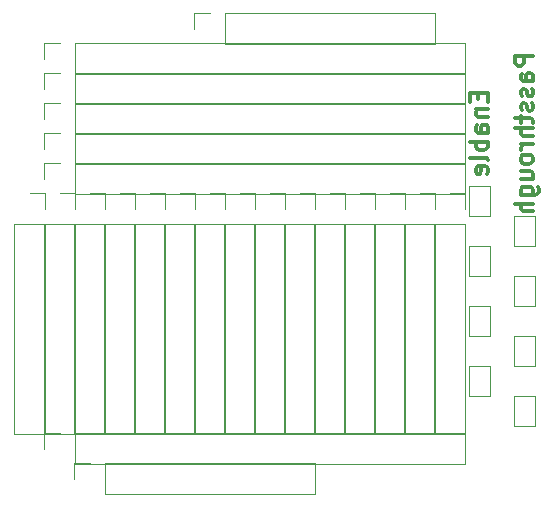
<source format=gbr>
G04 #@! TF.FileFunction,Legend,Bot*
%FSLAX46Y46*%
G04 Gerber Fmt 4.6, Leading zero omitted, Abs format (unit mm)*
G04 Created by KiCad (PCBNEW 4.0.7+dfsg1-1~bpo9+1) date Wed May  2 15:24:50 2018*
%MOMM*%
%LPD*%
G01*
G04 APERTURE LIST*
%ADD10C,0.100000*%
%ADD11C,0.300000*%
%ADD12C,0.120000*%
G04 APERTURE END LIST*
D10*
D11*
X106723571Y-89313571D02*
X105223571Y-89313571D01*
X105223571Y-89884999D01*
X105295000Y-90027857D01*
X105366429Y-90099285D01*
X105509286Y-90170714D01*
X105723571Y-90170714D01*
X105866429Y-90099285D01*
X105937857Y-90027857D01*
X106009286Y-89884999D01*
X106009286Y-89313571D01*
X106723571Y-91456428D02*
X105937857Y-91456428D01*
X105795000Y-91384999D01*
X105723571Y-91242142D01*
X105723571Y-90956428D01*
X105795000Y-90813571D01*
X106652143Y-91456428D02*
X106723571Y-91313571D01*
X106723571Y-90956428D01*
X106652143Y-90813571D01*
X106509286Y-90742142D01*
X106366429Y-90742142D01*
X106223571Y-90813571D01*
X106152143Y-90956428D01*
X106152143Y-91313571D01*
X106080714Y-91456428D01*
X106652143Y-92099285D02*
X106723571Y-92242142D01*
X106723571Y-92527857D01*
X106652143Y-92670714D01*
X106509286Y-92742142D01*
X106437857Y-92742142D01*
X106295000Y-92670714D01*
X106223571Y-92527857D01*
X106223571Y-92313571D01*
X106152143Y-92170714D01*
X106009286Y-92099285D01*
X105937857Y-92099285D01*
X105795000Y-92170714D01*
X105723571Y-92313571D01*
X105723571Y-92527857D01*
X105795000Y-92670714D01*
X106652143Y-93313571D02*
X106723571Y-93456428D01*
X106723571Y-93742143D01*
X106652143Y-93885000D01*
X106509286Y-93956428D01*
X106437857Y-93956428D01*
X106295000Y-93885000D01*
X106223571Y-93742143D01*
X106223571Y-93527857D01*
X106152143Y-93385000D01*
X106009286Y-93313571D01*
X105937857Y-93313571D01*
X105795000Y-93385000D01*
X105723571Y-93527857D01*
X105723571Y-93742143D01*
X105795000Y-93885000D01*
X105723571Y-94385000D02*
X105723571Y-94956429D01*
X105223571Y-94599286D02*
X106509286Y-94599286D01*
X106652143Y-94670714D01*
X106723571Y-94813572D01*
X106723571Y-94956429D01*
X106723571Y-95456429D02*
X105223571Y-95456429D01*
X106723571Y-96099286D02*
X105937857Y-96099286D01*
X105795000Y-96027857D01*
X105723571Y-95885000D01*
X105723571Y-95670715D01*
X105795000Y-95527857D01*
X105866429Y-95456429D01*
X106723571Y-96813572D02*
X105723571Y-96813572D01*
X106009286Y-96813572D02*
X105866429Y-96885000D01*
X105795000Y-96956429D01*
X105723571Y-97099286D01*
X105723571Y-97242143D01*
X106723571Y-97956429D02*
X106652143Y-97813571D01*
X106580714Y-97742143D01*
X106437857Y-97670714D01*
X106009286Y-97670714D01*
X105866429Y-97742143D01*
X105795000Y-97813571D01*
X105723571Y-97956429D01*
X105723571Y-98170714D01*
X105795000Y-98313571D01*
X105866429Y-98385000D01*
X106009286Y-98456429D01*
X106437857Y-98456429D01*
X106580714Y-98385000D01*
X106652143Y-98313571D01*
X106723571Y-98170714D01*
X106723571Y-97956429D01*
X105723571Y-99742143D02*
X106723571Y-99742143D01*
X105723571Y-99099286D02*
X106509286Y-99099286D01*
X106652143Y-99170714D01*
X106723571Y-99313572D01*
X106723571Y-99527857D01*
X106652143Y-99670714D01*
X106580714Y-99742143D01*
X105723571Y-101099286D02*
X106937857Y-101099286D01*
X107080714Y-101027857D01*
X107152143Y-100956429D01*
X107223571Y-100813572D01*
X107223571Y-100599286D01*
X107152143Y-100456429D01*
X106652143Y-101099286D02*
X106723571Y-100956429D01*
X106723571Y-100670715D01*
X106652143Y-100527857D01*
X106580714Y-100456429D01*
X106437857Y-100385000D01*
X106009286Y-100385000D01*
X105866429Y-100456429D01*
X105795000Y-100527857D01*
X105723571Y-100670715D01*
X105723571Y-100956429D01*
X105795000Y-101099286D01*
X106723571Y-101813572D02*
X105223571Y-101813572D01*
X106723571Y-102456429D02*
X105937857Y-102456429D01*
X105795000Y-102385000D01*
X105723571Y-102242143D01*
X105723571Y-102027858D01*
X105795000Y-101885000D01*
X105866429Y-101813572D01*
X102127857Y-92492143D02*
X102127857Y-92992143D01*
X102913571Y-93206429D02*
X102913571Y-92492143D01*
X101413571Y-92492143D01*
X101413571Y-93206429D01*
X101913571Y-93849286D02*
X102913571Y-93849286D01*
X102056429Y-93849286D02*
X101985000Y-93920714D01*
X101913571Y-94063572D01*
X101913571Y-94277857D01*
X101985000Y-94420714D01*
X102127857Y-94492143D01*
X102913571Y-94492143D01*
X102913571Y-95849286D02*
X102127857Y-95849286D01*
X101985000Y-95777857D01*
X101913571Y-95635000D01*
X101913571Y-95349286D01*
X101985000Y-95206429D01*
X102842143Y-95849286D02*
X102913571Y-95706429D01*
X102913571Y-95349286D01*
X102842143Y-95206429D01*
X102699286Y-95135000D01*
X102556429Y-95135000D01*
X102413571Y-95206429D01*
X102342143Y-95349286D01*
X102342143Y-95706429D01*
X102270714Y-95849286D01*
X102913571Y-96563572D02*
X101413571Y-96563572D01*
X101985000Y-96563572D02*
X101913571Y-96706429D01*
X101913571Y-96992143D01*
X101985000Y-97135000D01*
X102056429Y-97206429D01*
X102199286Y-97277858D01*
X102627857Y-97277858D01*
X102770714Y-97206429D01*
X102842143Y-97135000D01*
X102913571Y-96992143D01*
X102913571Y-96706429D01*
X102842143Y-96563572D01*
X102913571Y-98135001D02*
X102842143Y-97992143D01*
X102699286Y-97920715D01*
X101413571Y-97920715D01*
X102842143Y-99277857D02*
X102913571Y-99135000D01*
X102913571Y-98849286D01*
X102842143Y-98706429D01*
X102699286Y-98635000D01*
X102127857Y-98635000D01*
X101985000Y-98706429D01*
X101913571Y-98849286D01*
X101913571Y-99135000D01*
X101985000Y-99277857D01*
X102127857Y-99349286D01*
X102270714Y-99349286D01*
X102413571Y-98635000D01*
D12*
X101345000Y-107950000D02*
X101345000Y-105410000D01*
X103125000Y-105410000D02*
X103125000Y-107950000D01*
X103125000Y-105410000D02*
X101345000Y-105410000D01*
X101345000Y-107950000D02*
X103125000Y-107950000D01*
X65465000Y-121345000D02*
X62805000Y-121345000D01*
X65465000Y-103505000D02*
X65465000Y-121345000D01*
X62805000Y-103505000D02*
X62805000Y-121345000D01*
X65465000Y-103505000D02*
X62805000Y-103505000D01*
X65465000Y-102235000D02*
X65465000Y-100905000D01*
X65465000Y-100905000D02*
X64135000Y-100905000D01*
X68005000Y-121345000D02*
X65345000Y-121345000D01*
X68005000Y-103505000D02*
X68005000Y-121345000D01*
X65345000Y-103505000D02*
X65345000Y-121345000D01*
X68005000Y-103505000D02*
X65345000Y-103505000D01*
X68005000Y-102235000D02*
X68005000Y-100905000D01*
X68005000Y-100905000D02*
X66675000Y-100905000D01*
X101025000Y-95825000D02*
X101025000Y-98485000D01*
X67945000Y-95825000D02*
X101025000Y-95825000D01*
X67945000Y-98485000D02*
X101025000Y-98485000D01*
X67945000Y-95825000D02*
X67945000Y-98485000D01*
X66675000Y-95825000D02*
X65345000Y-95825000D01*
X65345000Y-95825000D02*
X65345000Y-97155000D01*
X101025000Y-98365000D02*
X101025000Y-101025000D01*
X67945000Y-98365000D02*
X101025000Y-98365000D01*
X67945000Y-101025000D02*
X101025000Y-101025000D01*
X67945000Y-98365000D02*
X67945000Y-101025000D01*
X66675000Y-98365000D02*
X65345000Y-98365000D01*
X65345000Y-98365000D02*
X65345000Y-99695000D01*
X101025000Y-88205000D02*
X101025000Y-90865000D01*
X67945000Y-88205000D02*
X101025000Y-88205000D01*
X67945000Y-90865000D02*
X101025000Y-90865000D01*
X67945000Y-88205000D02*
X67945000Y-90865000D01*
X66675000Y-88205000D02*
X65345000Y-88205000D01*
X65345000Y-88205000D02*
X65345000Y-89535000D01*
X98485000Y-121345000D02*
X95825000Y-121345000D01*
X98485000Y-103505000D02*
X98485000Y-121345000D01*
X95825000Y-103505000D02*
X95825000Y-121345000D01*
X98485000Y-103505000D02*
X95825000Y-103505000D01*
X98485000Y-102235000D02*
X98485000Y-100905000D01*
X98485000Y-100905000D02*
X97155000Y-100905000D01*
X83245000Y-121345000D02*
X80585000Y-121345000D01*
X83245000Y-103505000D02*
X83245000Y-121345000D01*
X80585000Y-103505000D02*
X80585000Y-121345000D01*
X83245000Y-103505000D02*
X80585000Y-103505000D01*
X83245000Y-102235000D02*
X83245000Y-100905000D01*
X83245000Y-100905000D02*
X81915000Y-100905000D01*
X80705000Y-121345000D02*
X78045000Y-121345000D01*
X80705000Y-103505000D02*
X80705000Y-121345000D01*
X78045000Y-103505000D02*
X78045000Y-121345000D01*
X80705000Y-103505000D02*
X78045000Y-103505000D01*
X80705000Y-102235000D02*
X80705000Y-100905000D01*
X80705000Y-100905000D02*
X79375000Y-100905000D01*
X90865000Y-121345000D02*
X88205000Y-121345000D01*
X90865000Y-103505000D02*
X90865000Y-121345000D01*
X88205000Y-103505000D02*
X88205000Y-121345000D01*
X90865000Y-103505000D02*
X88205000Y-103505000D01*
X90865000Y-102235000D02*
X90865000Y-100905000D01*
X90865000Y-100905000D02*
X89535000Y-100905000D01*
X88325000Y-121345000D02*
X85665000Y-121345000D01*
X88325000Y-103505000D02*
X88325000Y-121345000D01*
X85665000Y-103505000D02*
X85665000Y-121345000D01*
X88325000Y-103505000D02*
X85665000Y-103505000D01*
X88325000Y-102235000D02*
X88325000Y-100905000D01*
X88325000Y-100905000D02*
X86995000Y-100905000D01*
X73085000Y-121345000D02*
X70425000Y-121345000D01*
X73085000Y-103505000D02*
X73085000Y-121345000D01*
X70425000Y-103505000D02*
X70425000Y-121345000D01*
X73085000Y-103505000D02*
X70425000Y-103505000D01*
X73085000Y-102235000D02*
X73085000Y-100905000D01*
X73085000Y-100905000D02*
X71755000Y-100905000D01*
X78165000Y-121345000D02*
X75505000Y-121345000D01*
X78165000Y-103505000D02*
X78165000Y-121345000D01*
X75505000Y-103505000D02*
X75505000Y-121345000D01*
X78165000Y-103505000D02*
X75505000Y-103505000D01*
X78165000Y-102235000D02*
X78165000Y-100905000D01*
X78165000Y-100905000D02*
X76835000Y-100905000D01*
X101025000Y-121345000D02*
X98365000Y-121345000D01*
X101025000Y-103505000D02*
X101025000Y-121345000D01*
X98365000Y-103505000D02*
X98365000Y-121345000D01*
X101025000Y-103505000D02*
X98365000Y-103505000D01*
X101025000Y-102235000D02*
X101025000Y-100905000D01*
X101025000Y-100905000D02*
X99695000Y-100905000D01*
X101345000Y-102870000D02*
X101345000Y-100330000D01*
X103125000Y-100330000D02*
X103125000Y-102870000D01*
X103125000Y-100330000D02*
X101345000Y-100330000D01*
X101345000Y-102870000D02*
X103125000Y-102870000D01*
X105155000Y-105410000D02*
X105155000Y-102870000D01*
X106935000Y-102870000D02*
X106935000Y-105410000D01*
X106935000Y-102870000D02*
X105155000Y-102870000D01*
X105155000Y-105410000D02*
X106935000Y-105410000D01*
X105155000Y-110490000D02*
X105155000Y-107950000D01*
X106935000Y-107950000D02*
X106935000Y-110490000D01*
X106935000Y-107950000D02*
X105155000Y-107950000D01*
X105155000Y-110490000D02*
X106935000Y-110490000D01*
X101345000Y-113030000D02*
X101345000Y-110490000D01*
X103125000Y-110490000D02*
X103125000Y-113030000D01*
X103125000Y-110490000D02*
X101345000Y-110490000D01*
X101345000Y-113030000D02*
X103125000Y-113030000D01*
X105155000Y-115570000D02*
X105155000Y-113030000D01*
X106935000Y-113030000D02*
X106935000Y-115570000D01*
X106935000Y-113030000D02*
X105155000Y-113030000D01*
X105155000Y-115570000D02*
X106935000Y-115570000D01*
X101345000Y-118110000D02*
X101345000Y-115570000D01*
X103125000Y-115570000D02*
X103125000Y-118110000D01*
X103125000Y-115570000D02*
X101345000Y-115570000D01*
X101345000Y-118110000D02*
X103125000Y-118110000D01*
X105155000Y-120650000D02*
X105155000Y-118110000D01*
X106935000Y-118110000D02*
X106935000Y-120650000D01*
X106935000Y-118110000D02*
X105155000Y-118110000D01*
X105155000Y-120650000D02*
X106935000Y-120650000D01*
X85785000Y-121345000D02*
X83125000Y-121345000D01*
X85785000Y-103505000D02*
X85785000Y-121345000D01*
X83125000Y-103505000D02*
X83125000Y-121345000D01*
X85785000Y-103505000D02*
X83125000Y-103505000D01*
X85785000Y-102235000D02*
X85785000Y-100905000D01*
X85785000Y-100905000D02*
X84455000Y-100905000D01*
X75625000Y-121345000D02*
X72965000Y-121345000D01*
X75625000Y-103505000D02*
X75625000Y-121345000D01*
X72965000Y-103505000D02*
X72965000Y-121345000D01*
X75625000Y-103505000D02*
X72965000Y-103505000D01*
X75625000Y-102235000D02*
X75625000Y-100905000D01*
X75625000Y-100905000D02*
X74295000Y-100905000D01*
X101025000Y-93285000D02*
X101025000Y-95945000D01*
X67945000Y-93285000D02*
X101025000Y-93285000D01*
X67945000Y-95945000D02*
X101025000Y-95945000D01*
X67945000Y-93285000D02*
X67945000Y-95945000D01*
X66675000Y-93285000D02*
X65345000Y-93285000D01*
X65345000Y-93285000D02*
X65345000Y-94615000D01*
X101025000Y-90745000D02*
X101025000Y-93405000D01*
X67945000Y-90745000D02*
X101025000Y-90745000D01*
X67945000Y-93405000D02*
X101025000Y-93405000D01*
X67945000Y-90745000D02*
X67945000Y-93405000D01*
X66675000Y-90745000D02*
X65345000Y-90745000D01*
X65345000Y-90745000D02*
X65345000Y-92075000D01*
X93405000Y-121345000D02*
X90745000Y-121345000D01*
X93405000Y-103505000D02*
X93405000Y-121345000D01*
X90745000Y-103505000D02*
X90745000Y-121345000D01*
X93405000Y-103505000D02*
X90745000Y-103505000D01*
X93405000Y-102235000D02*
X93405000Y-100905000D01*
X93405000Y-100905000D02*
X92075000Y-100905000D01*
X95945000Y-121345000D02*
X93285000Y-121345000D01*
X95945000Y-103505000D02*
X95945000Y-121345000D01*
X93285000Y-103505000D02*
X93285000Y-121345000D01*
X95945000Y-103505000D02*
X93285000Y-103505000D01*
X95945000Y-102235000D02*
X95945000Y-100905000D01*
X95945000Y-100905000D02*
X94615000Y-100905000D01*
X70545000Y-121345000D02*
X67885000Y-121345000D01*
X70545000Y-103505000D02*
X70545000Y-121345000D01*
X67885000Y-103505000D02*
X67885000Y-121345000D01*
X70545000Y-103505000D02*
X67885000Y-103505000D01*
X70545000Y-102235000D02*
X70545000Y-100905000D01*
X70545000Y-100905000D02*
X69215000Y-100905000D01*
X88325000Y-123765000D02*
X88325000Y-126425000D01*
X70485000Y-123765000D02*
X88325000Y-123765000D01*
X70485000Y-126425000D02*
X88325000Y-126425000D01*
X70485000Y-123765000D02*
X70485000Y-126425000D01*
X69215000Y-123765000D02*
X67885000Y-123765000D01*
X67885000Y-123765000D02*
X67885000Y-125095000D01*
X98485000Y-85665000D02*
X98485000Y-88325000D01*
X80645000Y-85665000D02*
X98485000Y-85665000D01*
X80645000Y-88325000D02*
X98485000Y-88325000D01*
X80645000Y-85665000D02*
X80645000Y-88325000D01*
X79375000Y-85665000D02*
X78045000Y-85665000D01*
X78045000Y-85665000D02*
X78045000Y-86995000D01*
X101025000Y-121225000D02*
X101025000Y-123885000D01*
X67945000Y-121225000D02*
X101025000Y-121225000D01*
X67945000Y-123885000D02*
X101025000Y-123885000D01*
X67945000Y-121225000D02*
X67945000Y-123885000D01*
X66675000Y-121225000D02*
X65345000Y-121225000D01*
X65345000Y-121225000D02*
X65345000Y-122555000D01*
M02*

</source>
